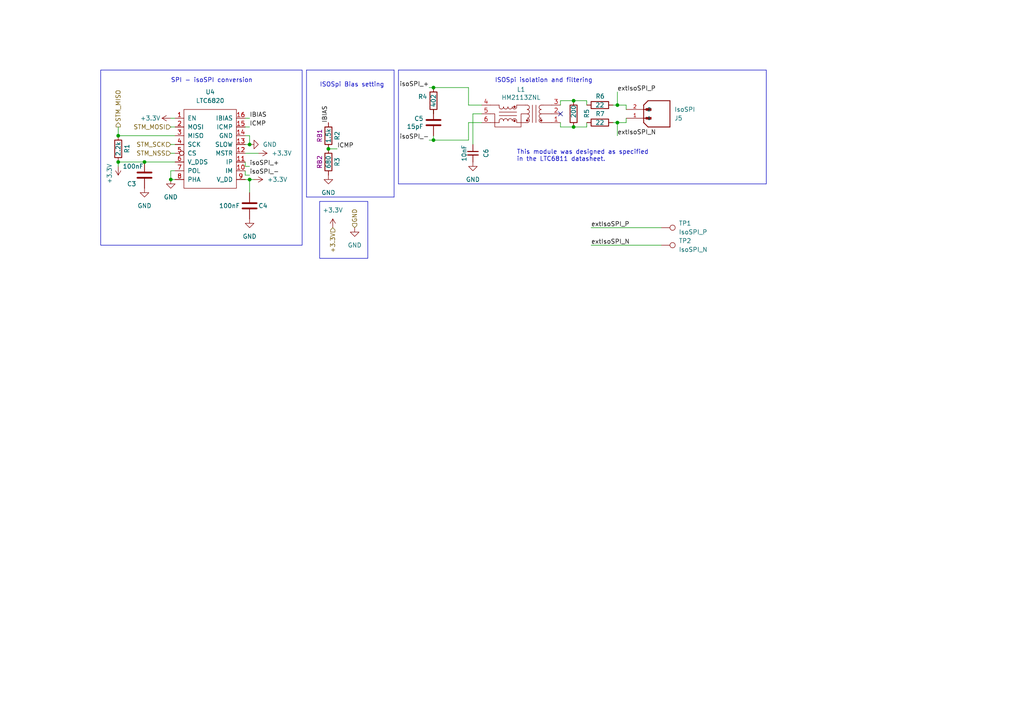
<source format=kicad_sch>
(kicad_sch (version 20231120) (generator "eeschema") (generator_version "8.0")
  (paper "A4")
  (lib_symbols
    (symbol "1FS_2_Global_Symbol_Library:1053091202" (pin_names (offset 1.016))
      (property "Reference" "J" (at 0 3.81 0))
      (property "Value" "1053091202" (at 0 -7.62 0))
      (symbol "1053091202_0_0"
        (polyline (pts (xy 0 -3.81) (xy 1.27 -5.08)) (stroke (width 0.254)))
        (polyline (pts (xy 0 -2.54) (xy 1.905 -2.54)) (stroke (width 0.254)))
        (polyline (pts (xy 0 0) (xy 0 -3.81)) (stroke (width 0.254)))
        (polyline (pts (xy 0 0) (xy 1.905 0)) (stroke (width 0.254)))
        (polyline (pts (xy 0 1.27) (xy 0 0)) (stroke (width 0.254)))
        (polyline (pts (xy 0 1.27) (xy 1.27 2.54)) (stroke (width 0.254)))
        (polyline (pts (xy 1.27 -5.08) (xy 7.62 -5.08)) (stroke (width 0.254)))
        (polyline (pts (xy 7.62 -5.08) (xy 7.62 2.54)) (stroke (width 0.254)))
        (polyline (pts (xy 7.62 2.54) (xy 1.27 2.54)) (stroke (width 0.254)))
        (rectangle (start 0.635 -2.8575) (end 2.2225 -2.2225) (stroke (width 0.1)) (fill (type outline)))
        (rectangle (start 0.635 -0.3175) (end 2.2225 0.3175) (stroke (width 0.1)) (fill (type outline)))
        (pin passive line (at -5.08 0 0) (length 5.08) (name "1") (number "1"))
        (pin passive line (at -5.08 -2.54 0) (length 5.08) (name "2") (number "2"))
      )
    )
    (symbol "Connector:TestPoint" (pin_numbers hide) (pin_names (offset 0.762) hide)
      (property "Reference" "TP" (at 0 6.858 0))
      (property "Value" "TestPoint" (at 0 5.08 0))
      (symbol "TestPoint_0_1"
        (circle (center 0 3.302) (radius 0.762))
      )
      (symbol "TestPoint_1_1"
        (pin passive line (at 0 0 90) (length 2.54) (name "1") (number "1"))
      )
    )
    (symbol "Device:C" (pin_numbers hide) (pin_names (offset 0.254))
      (property "Reference" "C" (at 0.635 2.54 0))
      (property "Value" "C" (at 0.635 -2.54 0))
      (symbol "C_0_1"
        (polyline (pts (xy -2.032 -0.762) (xy 2.032 -0.762)) (stroke (width 0.508)))
        (polyline (pts (xy -2.032 0.762) (xy 2.032 0.762)) (stroke (width 0.508)))
      )
      (symbol "C_1_1"
        (pin passive line (at 0 3.81 270) (length 2.794) (name "~") (number "1"))
        (pin passive line (at 0 -3.81 90) (length 2.794) (name "~") (number "2"))
      )
    )
    (symbol "Device:C_Small" (pin_numbers hide) (pin_names (offset 0.254) hide)
      (property "Reference" "C" (at 0.254 1.778 0))
      (property "Value" "C_Small" (at 0.254 -2.032 0))
      (symbol "C_Small_0_1"
        (polyline (pts (xy -1.524 -0.508) (xy 1.524 -0.508)) (stroke (width 0.3302)))
        (polyline (pts (xy -1.524 0.508) (xy 1.524 0.508)) (stroke (width 0.3048)))
      )
      (symbol "C_Small_1_1"
        (pin passive line (at 0 2.54 270) (length 2.032) (name "~") (number "1"))
        (pin passive line (at 0 -2.54 90) (length 2.032) (name "~") (number "2"))
      )
    )
    (symbol "Device:R" (pin_numbers hide) (pin_names (offset 0))
      (property "Reference" "R" (at 2.032 0 90))
      (property "Value" "R" (at 0 0 90))
      (symbol "R_0_1"
        (rectangle (start -1.016 -2.54) (end 1.016 2.54) (stroke (width 0.254)))
      )
      (symbol "R_1_1"
        (pin passive line (at 0 3.81 270) (length 1.27) (name "~") (number "1"))
        (pin passive line (at 0 -3.81 90) (length 1.27) (name "~") (number "2"))
      )
    )
    (symbol "FSSymbols:HM2113ZNL" (pin_names (offset 0.254) hide)
      (property "Reference" "L" (at 0 7.62 0))
      (property "Value" "HM2113ZNL" (at 0 5.08 0))
      (symbol "HM2113ZNL_0_1"
        (arc (start -6.35 2.032) (mid -5.715 1.3997) (end -5.08 2.032))
        (arc (start -5.08 -2.032) (mid -5.715 -1.3997) (end -6.35 -2.032))
        (arc (start -5.08 2.032) (mid -4.445 1.3997) (end -3.81 2.032))
        (arc (start -3.81 -2.032) (mid -4.445 -1.3997) (end -5.08 -2.032))
        (arc (start -3.81 2.032) (mid -3.175 1.3997) (end -2.54 2.032))
        (arc (start -2.54 -2.032) (mid -3.175 -1.3997) (end -3.81 -2.032))
        (arc (start -2.54 2.032) (mid -1.905 1.3997) (end -1.27 2.032))
        (circle (center -1.905 -2.032) (radius 0.254) (fill (type outline)))
        (circle (center -1.905 2.032) (radius 0.254) (fill (type outline)))
        (arc (start -1.27 -2.032) (mid -1.905 -1.3997) (end -2.54 -2.032))
        (polyline (pts (xy -8.89 2.54) (xy -6.35 2.54)))
        (polyline (pts (xy -6.35 -2.54) (xy -8.89 -2.54)))
        (polyline (pts (xy -6.35 -2.032) (xy -6.35 -2.54)))
        (polyline (pts (xy -6.35 -0.508) (xy -1.27 -0.508)))
        (polyline (pts (xy -6.35 2.54) (xy -6.35 2.032)))
        (polyline (pts (xy -1.27 -2.54) (xy 1.27 -2.54)))
        (polyline (pts (xy -1.27 -2.032) (xy -1.27 -2.54)))
        (polyline (pts (xy -1.27 0.508) (xy -6.35 0.508)))
        (polyline (pts (xy -1.27 2.032) (xy -1.27 2.54)))
        (polyline (pts (xy 1.27 2.54) (xy -1.27 2.54)))
        (polyline (pts (xy 1.27 2.54) (xy 1.778 2.54)))
        (polyline (pts (xy 1.778 -2.54) (xy 1.27 -2.54)))
        (polyline (pts (xy 3.302 -2.54) (xy 3.302 2.54)))
        (polyline (pts (xy 4.318 2.54) (xy 4.318 -2.54)))
        (polyline (pts (xy 5.842 -2.54) (xy 8.89 -2.54)))
        (polyline (pts (xy 5.842 2.54) (xy 6.35 2.54)))
        (polyline (pts (xy 6.35 2.54) (xy 8.89 2.54)))
        (polyline (pts (xy 8.89 0) (xy 5.842 0)))
        (polyline (pts (xy -8.89 0) (xy -7.62 0) (xy -7.62 -3.81) (xy 0 -3.81) (xy 0 0) (xy 1.778 0)))
        (arc (start 1.778 -2.54) (mid 2.4103 -1.905) (end 1.778 -1.27))
        (circle (center 1.778 -1.905) (radius 0.254) (fill (type outline)))
        (arc (start 1.778 -1.27) (mid 2.4103 -0.635) (end 1.778 0))
        (arc (start 1.778 0) (mid 2.4103 0.635) (end 1.778 1.27))
        (arc (start 1.778 1.27) (mid 2.4103 1.905) (end 1.778 2.54))
        (circle (center 5.842 -1.905) (radius 0.254) (fill (type outline)))
        (arc (start 5.842 -1.27) (mid 5.2097 -1.905) (end 5.842 -2.54))
        (arc (start 5.842 0) (mid 5.2097 -0.635) (end 5.842 -1.27))
        (arc (start 5.842 1.27) (mid 5.2097 0.635) (end 5.842 0))
        (arc (start 5.842 2.54) (mid 5.2097 1.905) (end 5.842 1.27))
      )
      (symbol "HM2113ZNL_1_1"
        (pin passive line (at 11.43 -2.54 180) (length 2.54) (name "1") (number "1"))
        (pin passive line (at 11.43 0 180) (length 2.54) (name "2") (number "2"))
        (pin passive line (at 11.43 2.54 180) (length 2.54) (name "3") (number "3"))
        (pin passive line (at -11.43 2.54 0) (length 2.54) (name "4") (number "4"))
        (pin passive line (at -11.43 0 0) (length 2.54) (name "5") (number "5"))
        (pin passive line (at -11.43 -2.54 0) (length 2.54) (name "6") (number "6"))
      )
    )
    (symbol "FS_2:LTC6820" (pin_names (offset 1.016))
      (property "Reference" "U" (at 0 3.81 0))
      (property "Value" "LTC6820" (at 0 1.27 0))
      (symbol "LTC6820_0_1"
        (rectangle (start -7.62 0) (end 7.62 -22.86))
      )
      (symbol "LTC6820_1_1"
        (pin input line (at -10.16 -2.54 0) (length 2.54) (name "EN") (number "1"))
        (pin bidirectional line (at 10.16 -17.78 180) (length 2.54) (name "IM") (number "10"))
        (pin bidirectional line (at 10.16 -15.24 180) (length 2.54) (name "IP") (number "11"))
        (pin input line (at 10.16 -12.7 180) (length 2.54) (name "MSTR") (number "12"))
        (pin input line (at 10.16 -10.16 180) (length 2.54) (name "SLOW") (number "13"))
        (pin power_in line (at 10.16 -7.62 180) (length 2.54) (name "GND") (number "14"))
        (pin input line (at 10.16 -5.08 180) (length 2.54) (name "ICMP") (number "15"))
        (pin output line (at 10.16 -2.54 180) (length 2.54) (name "IBIAS") (number "16"))
        (pin input line (at -10.16 -5.08 0) (length 2.54) (name "MOSI") (number "2"))
        (pin output line (at -10.16 -7.62 0) (length 2.54) (name "MISO") (number "3"))
        (pin input line (at -10.16 -10.16 0) (length 2.54) (name "SCK") (number "4"))
        (pin input inverted (at -10.16 -12.7 0) (length 2.54) (name "CS") (number "5"))
        (pin power_in line (at -10.16 -15.24 0) (length 2.54) (name "V_DDS") (number "6"))
        (pin input line (at -10.16 -17.78 0) (length 2.54) (name "POL") (number "7"))
        (pin input line (at -10.16 -20.32 0) (length 2.54) (name "PHA") (number "8"))
        (pin power_in line (at 10.16 -20.32 180) (length 2.54) (name "V_DD") (number "9"))
      )
    )
    (symbol "power:+3.3V" (power) (pin_names (offset 0))
      (property "Value" "+3.3V" (at 0 3.556 0))
      (symbol "+3.3V_0_1"
        (polyline (pts (xy -0.762 1.27) (xy 0 2.54)))
        (polyline (pts (xy 0 0) (xy 0 2.54)))
        (polyline (pts (xy 0 2.54) (xy 0.762 1.27)))
      )
      (symbol "+3.3V_1_1"
        (pin power_in line (at 0 0 90) (length 0) hide (name "+3.3V") (number "1"))
      )
    )
    (symbol "power:GND" (power) (pin_names (offset 0))
      (property "Value" "GND" (at 0 -3.81 0))
      (symbol "GND_0_1"
        (polyline (pts (xy 0 0) (xy 0 -1.27) (xy 1.27 -1.27) (xy 0 -2.54) (xy -1.27 -1.27) (xy 0 -1.27)))
      )
      (symbol "GND_1_1"
        (pin power_in line (at 0 0 270) (length 0) hide (name "GND") (number "1"))
      )
    )
  )
  (junction (at 72.39 41.91))
  (junction (at 41.91 46.99))
  (junction (at 166.37 29.21))
  (junction (at 95.25 43.18))
  (junction (at 166.37 36.83))
  (junction (at 179.07 30.48))
  (junction (at 125.73 25.4))
  (junction (at 72.39 52.07))
  (junction (at 34.29 46.99))
  (junction (at 34.29 39.37))
  (junction (at 49.53 52.07))
  (junction (at 179.07 35.56))
  (junction (at 125.73 40.64))
  (no_connect (at 162.56 33.02))
  (wire (pts (xy 72.39 36.83) (xy 71.12 36.83)))
  (wire (pts (xy 135.89 35.56) (xy 135.89 40.64)))
  (wire (pts (xy 74.93 44.45) (xy 71.12 44.45)))
  (wire (pts (xy 181.61 35.56) (xy 179.07 35.56)))
  (wire (pts (xy 72.39 39.37) (xy 72.39 41.91)))
  (wire (pts (xy 125.73 39.37) (xy 125.73 40.64)))
  (wire (pts (xy 34.29 39.37) (xy 50.8 39.37)))
  (polyline (pts (xy 114.3 20.32) (xy 88.9 20.32)))
  (wire (pts (xy 34.29 36.83) (xy 34.29 39.37)))
  (wire (pts (xy 171.45 71.12) (xy 191.77 71.12)))
  (wire (pts (xy 179.07 30.48) (xy 181.61 30.48)))
  (wire (pts (xy 162.56 36.83) (xy 166.37 36.83)))
  (wire (pts (xy 162.56 36.83) (xy 162.56 35.56)))
  (wire (pts (xy 49.53 34.29) (xy 50.8 34.29)))
  (wire (pts (xy 125.73 40.64) (xy 135.89 40.64)))
  (wire (pts (xy 72.39 41.91) (xy 71.12 41.91)))
  (wire (pts (xy 72.39 52.07) (xy 71.12 52.07)))
  (wire (pts (xy 124.46 40.64) (xy 125.73 40.64)))
  (wire (pts (xy 124.46 25.4) (xy 125.73 25.4)))
  (polyline (pts (xy 88.9 57.15) (xy 114.3 57.15)))
  (wire (pts (xy 179.07 35.56) (xy 177.8 35.56)))
  (wire (pts (xy 49.53 52.07) (xy 49.53 49.53)))
  (wire (pts (xy 71.12 50.8) (xy 71.12 49.53)))
  (wire (pts (xy 72.39 34.29) (xy 71.12 34.29)))
  (wire (pts (xy 72.39 48.26) (xy 71.12 48.26)))
  (polyline (pts (xy 222.25 20.32) (xy 222.25 53.34)))
  (wire (pts (xy 135.89 30.48) (xy 139.7 30.48)))
  (wire (pts (xy 49.53 36.83) (xy 50.8 36.83)))
  (polyline (pts (xy 115.57 53.34) (xy 222.25 53.34)))
  (wire (pts (xy 34.29 48.26) (xy 34.29 46.99)))
  (wire (pts (xy 125.73 25.4) (xy 135.89 25.4)))
  (wire (pts (xy 34.29 46.99) (xy 41.91 46.99)))
  (wire (pts (xy 71.12 48.26) (xy 71.12 46.99)))
  (wire (pts (xy 137.16 41.91) (xy 137.16 33.02)))
  (wire (pts (xy 170.18 36.83) (xy 166.37 36.83)))
  (wire (pts (xy 71.12 39.37) (xy 72.39 39.37)))
  (wire (pts (xy 125.73 31.75) (xy 125.73 33.02)))
  (wire (pts (xy 166.37 29.21) (xy 162.56 29.21)))
  (wire (pts (xy 49.53 41.91) (xy 50.8 41.91)))
  (wire (pts (xy 170.18 36.83) (xy 170.18 35.56)))
  (wire (pts (xy 72.39 55.88) (xy 72.39 52.07)))
  (wire (pts (xy 49.53 52.07) (xy 50.8 52.07)))
  (polyline (pts (xy 114.3 57.15) (xy 114.3 20.32)))
  (wire (pts (xy 97.79 43.18) (xy 95.25 43.18)))
  (wire (pts (xy 72.39 50.8) (xy 71.12 50.8)))
  (polyline (pts (xy 88.9 20.32) (xy 88.9 57.15)))
  (wire (pts (xy 41.91 46.99) (xy 50.8 46.99)))
  (wire (pts (xy 177.8 30.48) (xy 179.07 30.48)))
  (wire (pts (xy 181.61 34.29) (xy 181.61 35.56)))
  (wire (pts (xy 72.39 52.07) (xy 73.66 52.07)))
  (wire (pts (xy 181.61 30.48) (xy 181.61 31.75)))
  (wire (pts (xy 49.53 44.45) (xy 50.8 44.45)))
  (wire (pts (xy 49.53 49.53) (xy 50.8 49.53)))
  (wire (pts (xy 179.07 26.67) (xy 179.07 30.48)))
  (polyline (pts (xy 115.57 20.32) (xy 222.25 20.32)))
  (wire (pts (xy 137.16 33.02) (xy 139.7 33.02)))
  (wire (pts (xy 166.37 29.21) (xy 170.18 29.21)))
  (wire (pts (xy 135.89 25.4) (xy 135.89 30.48)))
  (wire (pts (xy 171.45 66.04) (xy 191.77 66.04)))
  (wire (pts (xy 135.89 35.56) (xy 139.7 35.56)))
  (wire (pts (xy 162.56 29.21) (xy 162.56 30.48)))
  (polyline (pts (xy 115.57 53.34) (xy 115.57 20.32)))
  (wire (pts (xy 170.18 29.21) (xy 170.18 30.48)))
  (wire (pts (xy 179.07 39.37) (xy 179.07 35.56)))
  (rectangle (start 29.21 20.32) (end 87.63 71.12))
  (rectangle (start 92.71 58.42) (end 106.68 74.93))
  (text "ISOSpi isolation and filtering" (at 143.51 24.13 0) (effects (font (size 1.27 1.27)) (justify left bottom)))
  (text "SPI - isoSPI conversion\n" (at 49.53 24.13 0) (effects (font (size 1.27 1.27)) (justify left bottom)))
  (text "This module was designed as specified\nin the LTC6811 datasheet." (at 149.86 46.99 0) (effects (font (size 1.27 1.27)) (justify left bottom)))
  (text "ISOSpi Bias setting" (at 92.71 25.4 0) (effects (font (size 1.27 1.27)) (justify left bottom)))
  (label "isoSPI_+" (at 124.46 25.4 180))
  (label "isoSPI_+" (at 72.39 48.26 0))
  (label "extIsoSPI_N" (at 179.07 39.37 0))
  (label "IBIAS" (at 95.25 35.56 90))
  (label "extIsoSPI_N" (at 171.45 71.12 0))
  (label "ICMP" (at 72.39 36.83 0))
  (label "extIsoSPI_P" (at 171.45 66.04 0))
  (label "ICMP" (at 97.79 43.18 0))
  (label "isoSPI_-" (at 124.46 40.64 180))
  (label "isoSPI_-" (at 72.39 50.8 0))
  (label "extIsoSPI_P" (at 179.07 26.67 0))
  (label "IBIAS" (at 72.39 34.29 0))
  (hierarchical_label "GND" (shape input) (at 102.87 66.04 90))
  (hierarchical_label "STM_SCK" (shape input) (at 49.53 41.91 180))
  (hierarchical_label "+3.3V" (shape input) (at 96.52 66.04 270))
  (hierarchical_label "STM_NSS" (shape input) (at 49.53 44.45 180))
  (hierarchical_label "STM_MOSI" (shape input) (at 49.53 36.83 180))
  (hierarchical_label "STM_MISO" (shape output) (at 34.29 36.83 90))
  (symbol (lib_id "Device:C_Small") (at 137.16 44.45 0) (unit 1)
    (property "Reference" "C6" (at 140.97 44.45 90))
    (property "Value" "10nF" (at 134.62 44.45 90))
    (property "Footprint" "Capacitor_SMD:C_0805_2012Metric_Pad1.18x1.45mm_HandSolder" (effects (hide yes)))
  )
  (symbol (lib_id "power:+3.3V") (at 96.52 66.04 0) (unit 1)
    (property "Reference" "#PWR013" (effects (hide yes)))
    (property "Value" "+3.3V" (at 96.52 60.96 0))
  )
  (symbol (lib_id "Device:R") (at 95.25 46.99 180) (unit 1)
    (property "Reference" "R3" (at 97.79 46.99 90))
    (property "Value" "680" (at 95.25 46.99 90))
    (property "Footprint" "Resistor_SMD:R_0805_2012Metric_Pad1.20x1.40mm_HandSolder" (effects (hide yes)))
    (property "Schematic Name" "RB2" (at 92.71 46.99 90))
  )
  (symbol (lib_id "Device:R") (at 166.37 33.02 0) (unit 1)
    (property "Reference" "R5" (at 170.18 34.29 90) (effects (justify left)))
    (property "Value" "200" (at 166.37 34.29 90) (effects (justify left)))
    (property "Footprint" "Resistor_SMD:R_0805_2012Metric_Pad1.20x1.40mm_HandSolder" (effects (hide yes)))
  )
  (symbol (lib_id "Device:C") (at 125.73 35.56 0) (mirror x) (unit 1)
    (property "Reference" "C5" (at 122.8344 34.3916 0) (effects (justify right)))
    (property "Value" "15pF" (at 122.8344 36.703 0) (effects (justify right)))
    (property "Footprint" "Capacitor_SMD:C_0805_2012Metric_Pad1.18x1.45mm_HandSolder" (effects (hide yes)))
  )
  (symbol (lib_id "power:GND") (at 41.91 54.61 0) (unit 1)
    (property "Reference" "#PWR05" (effects (hide yes)))
    (property "Value" "GND" (at 41.91 59.69 0))
  )
  (symbol (lib_id "Connector:TestPoint") (at 191.77 71.12 270) (unit 1)
    (property "Reference" "TP2" (at 196.85 69.8499 90) (effects (justify left)))
    (property "Value" "IsoSPI_N" (at 196.85 72.3899 90) (effects (justify left)))
    (property "Footprint" "TestPoint:TestPoint_Loop_D2.50mm_Drill1.0mm" (effects (hide yes)))
    (property "Description" "test point" (effects (hide yes)))
  )
  (symbol (lib_id "Device:R") (at 173.99 35.56 270) (mirror x) (unit 1)
    (property "Reference" "R7" (at 172.72 33.02 90) (effects (justify left)))
    (property "Value" "22" (at 173.99 35.56 90))
    (property "Footprint" "Resistor_SMD:R_0805_2012Metric_Pad1.20x1.40mm_HandSolder" (effects (hide yes)))
  )
  (symbol (lib_id "power:GND") (at 72.39 63.5 0) (unit 1)
    (property "Reference" "#PWR09" (effects (hide yes)))
    (property "Value" "GND" (at 72.39 68.58 0))
  )
  (symbol (lib_id "Device:R") (at 173.99 30.48 270) (mirror x) (unit 1)
    (property "Reference" "R6" (at 172.72 27.94 90) (effects (justify left)))
    (property "Value" "22" (at 173.99 30.48 90))
    (property "Footprint" "Resistor_SMD:R_0805_2012Metric_Pad1.20x1.40mm_HandSolder" (effects (hide yes)))
  )
  (symbol (lib_id "FS_2:LTC6820") (at 60.96 31.75 0) (unit 1)
    (property "Reference" "U4" (at 60.96 26.67 0))
    (property "Value" "LTC6820" (at 60.96 29.21 0))
    (property "Footprint" "1FS_2_Global_Footprint_Library:MSOP-16_[LTC6820]_10_thou_compat" (effects (hide yes)))
  )
  (symbol (lib_id "power:GND") (at 72.39 41.91 90) (unit 1)
    (property "Reference" "#PWR08" (effects (hide yes)))
    (property "Value" "GND" (at 76.2 41.91 90) (effects (justify right)))
  )
  (symbol (lib_id "FSSymbols:HM2113ZNL") (at 151.13 33.02 0) (unit 1)
    (property "Reference" "L1" (at 151.13 25.9588 0))
    (property "Value" "HM2113ZNL" (at 151.13 28.2702 0))
    (property "Footprint" "1FS_2_Global_Footprint_Library:HM2113ZNL" (effects (hide yes)))
  )
  (symbol (lib_id "Device:R") (at 95.25 39.37 180) (unit 1)
    (property "Reference" "R2" (at 97.79 39.37 90))
    (property "Value" "1.5k" (at 95.25 39.37 90))
    (property "Footprint" "Resistor_SMD:R_0805_2012Metric_Pad1.20x1.40mm_HandSolder" (effects (hide yes)))
    (property "Schematic Name" "RB1" (at 92.71 39.37 90))
  )
  (symbol (lib_id "Device:C") (at 41.91 50.8 0) (unit 1)
    (property "Reference" "C3" (at 36.83 53.34 0) (effects (justify left)))
    (property "Value" "100nF" (at 35.56 48.26 0) (effects (justify left)))
    (property "Footprint" "Capacitor_SMD:C_0805_2012Metric_Pad1.18x1.45mm_HandSolder" (effects (hide yes)))
  )
  (symbol (lib_id "power:+3.3V") (at 74.93 44.45 270) (unit 1)
    (property "Reference" "#PWR011" (effects (hide yes)))
    (property "Value" "+3.3V" (at 78.74 44.45 90) (effects (justify left)))
  )
  (symbol (lib_id "power:GND") (at 137.16 46.99 0) (unit 1)
    (property "Reference" "#PWR015" (effects (hide yes)))
    (property "Value" "GND" (at 137.16 52.07 0))
  )
  (symbol (lib_id "power:+3.3V") (at 49.53 34.29 90) (unit 1)
    (property "Reference" "#PWR06" (effects (hide yes)))
    (property "Value" "+3.3V" (at 40.64 34.29 90) (effects (justify right)))
  )
  (symbol (lib_id "Device:R") (at 125.73 29.21 0) (mirror y) (unit 1)
    (property "Reference" "R4" (at 123.952 28.0416 0) (effects (justify left)))
    (property "Value" "402" (at 125.73 29.21 90))
    (property "Footprint" "Resistor_SMD:R_0805_2012Metric_Pad1.20x1.40mm_HandSolder" (effects (hide yes)))
  )
  (symbol (lib_id "power:GND") (at 95.25 50.8 0) (unit 1)
    (property "Reference" "#PWR012" (effects (hide yes)))
    (property "Value" "GND" (at 95.25 55.88 0))
  )
  (symbol (lib_id "power:+3.3V") (at 73.66 52.07 270) (unit 1)
    (property "Reference" "#PWR010" (effects (hide yes)))
    (property "Value" "+3.3V" (at 77.47 52.07 90) (effects (justify left)))
  )
  (symbol (lib_id "power:GND") (at 102.87 66.04 0) (unit 1)
    (property "Reference" "#PWR014" (effects (hide yes)))
    (property "Value" "GND" (at 102.87 71.12 0))
  )
  (symbol (lib_id "Device:C") (at 72.39 59.69 0) (unit 1)
    (property "Reference" "C4" (at 74.93 59.69 0) (effects (justify left)))
    (property "Value" "100nF" (at 63.5 59.69 0) (effects (justify left)))
    (property "Footprint" "Capacitor_SMD:C_0805_2012Metric_Pad1.18x1.45mm_HandSolder" (effects (hide yes)))
  )
  (symbol (lib_id "1FS_2_Global_Symbol_Library:1053091202") (at 186.69 34.29 0) (mirror x) (unit 1)
    (property "Reference" "J5" (at 195.58 34.29 0) (effects (justify left)))
    (property "Value" "IsoSPI" (at 195.58 31.75 0) (effects (justify left)))
    (property "Footprint" "1FS_2_Global_Footprint_Library:MOLEX_1053091202" (effects (hide yes)))
    (property "PARTREV" "H" (effects (hide yes)))
    (property "STANDARD" "Manufacturer Recommendations" (effects (hide yes)))
    (property "MAXIMUM_PACKAGE_HEIGHT" "10.51 mm" (effects (hide yes)))
    (property "MANUFACTURER" "Molex" (effects (hide yes)))
  )
  (symbol (lib_id "power:GND") (at 49.53 52.07 0) (unit 1)
    (property "Reference" "#PWR07" (effects (hide yes)))
    (property "Value" "GND" (at 49.53 57.15 0))
  )
  (symbol (lib_id "power:+3.3V") (at 34.29 48.26 180) (unit 1)
    (property "Reference" "#PWR04" (effects (hide yes)))
    (property "Value" "+3.3V" (at 31.75 53.34 90) (effects (justify right)))
  )
  (symbol (lib_id "Device:R") (at 34.29 43.18 0) (unit 1)
    (property "Reference" "R1" (at 36.83 44.45 90) (effects (justify left)))
    (property "Value" "2.2k" (at 34.29 43.18 90))
    (property "Footprint" "Resistor_SMD:R_0805_2012Metric_Pad1.20x1.40mm_HandSolder" (effects (hide yes)))
  )
  (symbol (lib_id "Connector:TestPoint") (at 191.77 66.04 270) (unit 1)
    (property "Reference" "TP1" (at 196.85 64.7699 90) (effects (justify left)))
    (property "Value" "IsoSPI_P" (at 196.85 67.3099 90) (effects (justify left)))
    (property "Footprint" "TestPoint:TestPoint_Loop_D2.50mm_Drill1.0mm" (effects (hide yes)))
    (property "Description" "test point" (effects (hide yes)))
  )
)
</source>
